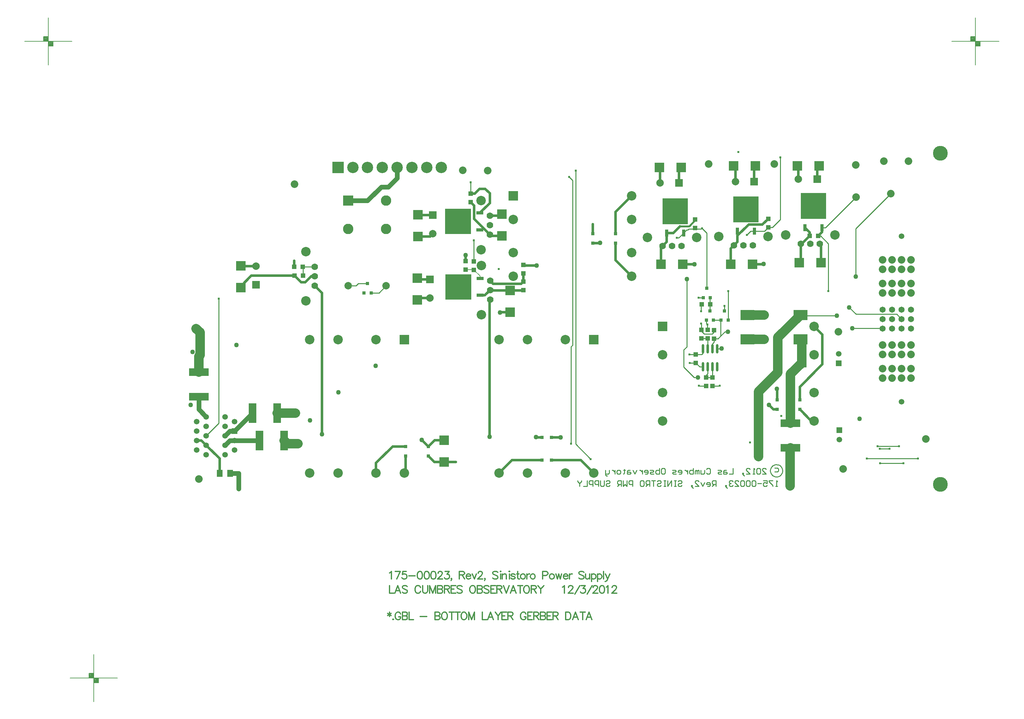
<source format=gbl>
%FSLAX23Y23*%
%MOIN*%
G70*
G01*
G75*
G04 Layer_Physical_Order=5*
G04 Layer_Color=16711680*
%ADD10R,0.209X0.079*%
%ADD11R,0.050X0.050*%
%ADD12R,0.036X0.036*%
%ADD13R,0.059X0.039*%
%ADD14O,0.014X0.067*%
%ADD15O,0.024X0.079*%
%ADD16C,0.050*%
%ADD17C,0.010*%
%ADD18C,0.100*%
%ADD19C,0.025*%
%ADD20C,0.007*%
%ADD21C,0.012*%
%ADD22C,0.008*%
%ADD23C,0.012*%
%ADD24C,0.012*%
%ADD25C,0.020*%
%ADD26C,0.080*%
%ADD27R,0.059X0.059*%
%ADD28C,0.059*%
%ADD29C,0.065*%
%ADD30R,0.079X0.079*%
%ADD31C,0.079*%
%ADD32R,0.100X0.100*%
%ADD33C,0.100*%
%ADD34C,0.070*%
%ADD35R,0.100X0.100*%
%ADD36R,0.059X0.059*%
%ADD37R,0.079X0.079*%
%ADD38C,0.110*%
%ADD39R,0.110X0.110*%
%ADD40C,0.120*%
%ADD41R,0.120X0.120*%
%ADD42C,0.157*%
%ADD43C,0.024*%
%ADD44C,0.050*%
%ADD45C,0.020*%
%ADD46C,0.040*%
%ADD47C,0.005*%
%ADD48C,0.030*%
G04:AMPARAMS|DCode=49|XSize=112mil|YSize=112mil|CornerRadius=0mil|HoleSize=0mil|Usage=FLASHONLY|Rotation=0.000|XOffset=0mil|YOffset=0mil|HoleType=Round|Shape=Relief|Width=10mil|Gap=10mil|Entries=4|*
%AMTHD49*
7,0,0,0.112,0.092,0.010,45*
%
%ADD49THD49*%
%ADD50C,0.072*%
%ADD51C,0.055*%
G04:AMPARAMS|DCode=52|XSize=95.433mil|YSize=95.433mil|CornerRadius=0mil|HoleSize=0mil|Usage=FLASHONLY|Rotation=0.000|XOffset=0mil|YOffset=0mil|HoleType=Round|Shape=Relief|Width=10mil|Gap=10mil|Entries=4|*
%AMTHD52*
7,0,0,0.095,0.075,0.010,45*
%
%ADD52THD52*%
%ADD53C,0.170*%
%ADD54C,0.060*%
%ADD55C,0.067*%
G04:AMPARAMS|DCode=56|XSize=107.244mil|YSize=107.244mil|CornerRadius=0mil|HoleSize=0mil|Usage=FLASHONLY|Rotation=0.000|XOffset=0mil|YOffset=0mil|HoleType=Round|Shape=Relief|Width=10mil|Gap=10mil|Entries=4|*
%AMTHD56*
7,0,0,0.107,0.087,0.010,45*
%
%ADD56THD56*%
G04:AMPARAMS|DCode=57|XSize=120mil|YSize=120mil|CornerRadius=0mil|HoleSize=0mil|Usage=FLASHONLY|Rotation=0.000|XOffset=0mil|YOffset=0mil|HoleType=Round|Shape=Relief|Width=10mil|Gap=10mil|Entries=4|*
%AMTHD57*
7,0,0,0.120,0.100,0.010,45*
%
%ADD57THD57*%
G04:AMPARAMS|DCode=58|XSize=100mil|YSize=100mil|CornerRadius=0mil|HoleSize=0mil|Usage=FLASHONLY|Rotation=0.000|XOffset=0mil|YOffset=0mil|HoleType=Round|Shape=Relief|Width=10mil|Gap=10mil|Entries=4|*
%AMTHD58*
7,0,0,0.100,0.080,0.010,45*
%
%ADD58THD58*%
%ADD59C,0.059*%
%ADD60C,0.091*%
%ADD61C,0.090*%
%ADD62C,0.186*%
G04:AMPARAMS|DCode=63|XSize=88mil|YSize=88mil|CornerRadius=0mil|HoleSize=0mil|Usage=FLASHONLY|Rotation=0.000|XOffset=0mil|YOffset=0mil|HoleType=Round|Shape=Relief|Width=10mil|Gap=10mil|Entries=4|*
%AMTHD63*
7,0,0,0.088,0.068,0.010,45*
%
%ADD63THD63*%
%ADD64C,0.048*%
G04:AMPARAMS|DCode=65|XSize=70mil|YSize=70mil|CornerRadius=0mil|HoleSize=0mil|Usage=FLASHONLY|Rotation=0.000|XOffset=0mil|YOffset=0mil|HoleType=Round|Shape=Relief|Width=10mil|Gap=10mil|Entries=4|*
%AMTHD65*
7,0,0,0.070,0.050,0.010,45*
%
%ADD65THD65*%
%ADD66R,0.063X0.075*%
%ADD67R,0.079X0.209*%
%ADD68R,0.102X0.094*%
%ADD69R,0.268X0.272*%
%ADD70R,0.037X0.075*%
%ADD71R,0.150X0.106*%
%ADD72R,0.050X0.050*%
%ADD73R,0.036X0.032*%
%ADD74R,0.035X0.037*%
%ADD75R,0.035X0.037*%
%ADD76R,0.032X0.036*%
%ADD77R,0.272X0.268*%
%ADD78R,0.075X0.037*%
%ADD79O,0.028X0.098*%
D10*
X24191Y16497D02*
D03*
Y16237D02*
D03*
X17943Y17038D02*
D03*
Y16778D02*
D03*
D11*
X23367Y16891D02*
D03*
Y16981D02*
D03*
X23300D02*
D03*
Y16891D02*
D03*
X23316Y17392D02*
D03*
Y17482D02*
D03*
X23191Y17225D02*
D03*
Y17135D02*
D03*
X23185Y18561D02*
D03*
Y18651D02*
D03*
X23956Y18568D02*
D03*
Y18658D02*
D03*
X20813Y18833D02*
D03*
Y18923D02*
D03*
X23383Y17481D02*
D03*
Y17391D02*
D03*
X23250Y17392D02*
D03*
Y17482D02*
D03*
X20759Y18119D02*
D03*
Y18209D02*
D03*
X21369Y17992D02*
D03*
Y17902D02*
D03*
X20847Y18208D02*
D03*
Y18118D02*
D03*
X21370Y18170D02*
D03*
Y18080D02*
D03*
D16*
X18363Y15807D02*
X18365Y15805D01*
X18363Y15807D02*
Y15968D01*
X18272D02*
X18363D01*
X17943Y16643D02*
Y16778D01*
Y16643D02*
X18021Y16564D01*
X18510Y16603D02*
Y16605D01*
X18321Y16414D02*
X18510Y16603D01*
X18271Y16414D02*
X18321D01*
X18221Y16364D02*
X18271Y16414D01*
X18321Y16314D02*
X18585D01*
X18271D02*
X18321D01*
X18221Y16264D02*
X18271Y16314D01*
X20037Y19088D02*
Y19201D01*
X19944Y18995D02*
X20037Y19088D01*
X19870Y18995D02*
X19944D01*
X19725Y18850D02*
X19870Y18995D01*
X19521Y18850D02*
X19725D01*
D17*
X24107Y15995D02*
X24106Y16005D01*
X24104Y16014D01*
X24100Y16024D01*
X24095Y16032D01*
X24089Y16040D01*
X24082Y16046D01*
X24073Y16052D01*
X24064Y16056D01*
X24055Y16058D01*
X24045Y16060D01*
X24035Y16059D01*
X24025Y16057D01*
X24016Y16054D01*
X24007Y16049D01*
X23999Y16043D01*
X23992Y16036D01*
X23987Y16028D01*
X23982Y16019D01*
X23979Y16010D01*
X23978Y16000D01*
Y15990D01*
X23979Y15980D01*
X23982Y15971D01*
X23987Y15962D01*
X23992Y15954D01*
X23999Y15947D01*
X24007Y15941D01*
X24016Y15936D01*
X24025Y15933D01*
X24035Y15931D01*
X24045Y15930D01*
X24055Y15931D01*
X24064Y15934D01*
X24073Y15938D01*
X24082Y15943D01*
X24089Y15950D01*
X24095Y15958D01*
X24100Y15966D01*
X24104Y15975D01*
X24106Y15985D01*
X24107Y15995D01*
X21891Y17323D02*
Y19063D01*
X21873Y17305D02*
X21891Y17323D01*
X21873Y16281D02*
Y17305D01*
X21853Y19101D02*
X21891Y19063D01*
X23248Y18549D02*
X23256Y18558D01*
X23116Y18549D02*
X23248D01*
X23106Y18540D02*
X23116Y18549D01*
X23383Y17461D02*
Y17481D01*
X23362Y17440D02*
X23383Y17461D01*
X23281Y17440D02*
X23362D01*
X23250Y17471D02*
X23281Y17440D01*
X23250Y17471D02*
Y17482D01*
X24590Y17892D02*
Y18395D01*
X24509Y18476D02*
X24590Y18395D01*
X24482Y18476D02*
X24509D01*
X23174Y16981D02*
X23215D01*
X23064Y17091D02*
X23174Y16981D01*
X23064Y17091D02*
Y17273D01*
X23096Y17305D01*
Y18021D01*
X24881Y18047D02*
Y18553D01*
X25250Y18922D01*
X22081Y16115D02*
Y16118D01*
X21923Y16276D02*
X22081Y16118D01*
X21923Y16276D02*
Y19167D01*
X19762Y17875D02*
X19846D01*
X19921Y17950D01*
X24523Y18562D02*
X24559D01*
X24883Y18886D01*
X24082Y18649D02*
Y19308D01*
X24001Y18568D02*
X24082Y18649D01*
X23956Y18568D02*
X24001D01*
X24297Y17641D02*
X24306Y17632D01*
X24680D01*
X20813Y18923D02*
X20815Y18925D01*
Y19042D01*
X23533Y17891D02*
X23533Y17892D01*
X23533Y17586D02*
Y17891D01*
X20847Y18208D02*
X20847Y18208D01*
Y18430D01*
X22991Y18456D02*
X23011D01*
X23063Y18508D01*
X23256Y18558D02*
X23306Y18508D01*
Y17923D02*
Y18508D01*
X23063Y18508D02*
X23095Y18540D01*
X23106D01*
X23729Y18486D02*
X23771Y18528D01*
X23811D01*
X23916D01*
X23956Y18568D01*
X23219Y17823D02*
X23220Y17824D01*
X23269D01*
X23247Y17549D02*
X23250Y17546D01*
Y17482D02*
Y17546D01*
X23312Y17486D02*
X23316Y17482D01*
X23312Y17486D02*
Y17539D01*
X23303Y17548D02*
X23312Y17539D01*
X23303Y17548D02*
Y17586D01*
X23247Y17679D02*
Y17749D01*
X23253Y17755D01*
X23494Y17736D02*
X23495Y17735D01*
Y17684D02*
Y17735D01*
X23443Y16891D02*
X23444Y16892D01*
X23367Y16891D02*
X23443D01*
X23191Y17225D02*
X23254D01*
X23266Y17237D01*
Y17285D01*
X23124Y17225D02*
X23191D01*
Y17135D02*
X23234Y17092D01*
X23266D01*
X23128Y17135D02*
X23191D01*
X23464Y17285D02*
X23465Y17287D01*
X23416Y17285D02*
X23464D01*
X23223Y16892D02*
X23224Y16891D01*
X23300D01*
X23426Y17391D02*
X23455Y17420D01*
X23499Y17464D01*
X23531D01*
X19042Y18056D02*
Y18149D01*
X19040Y18150D02*
X19042Y18149D01*
X19040Y18150D02*
X19166D01*
X19628Y17973D02*
X19724D01*
X19605Y17950D02*
X19628Y17973D01*
X19521Y17950D02*
X19605D01*
X18021Y16364D02*
X18154Y16497D01*
Y17813D01*
X23340Y17684D02*
Y17821D01*
X23316Y17285D02*
Y17392D01*
X23250D02*
X23316D01*
X23378Y17586D02*
X23458D01*
X23455Y17583D02*
X23458Y17586D01*
X23455Y17420D02*
Y17583D01*
X23383Y17391D02*
X23426D01*
X23383Y17353D02*
Y17391D01*
X23366Y17336D02*
X23383Y17353D01*
X23366Y17285D02*
Y17336D01*
X23316Y17021D02*
Y17092D01*
X23300Y17005D02*
X23316Y17021D01*
X23300Y16981D02*
Y17005D01*
Y16981D02*
X23367D01*
Y17091D01*
X24843Y17499D02*
X25162D01*
X25312Y17649D02*
X25362Y17598D01*
X24882Y17649D02*
X25312D01*
X24810Y17721D02*
X24882Y17649D01*
X25109Y16254D02*
X25338D01*
X25134Y16227D02*
X25135Y16228D01*
X25236D01*
X25139Y16074D02*
X25384D01*
X25138Y16075D02*
X25139Y16074D01*
X25000Y16122D02*
X25537D01*
X24998Y16124D02*
X25000Y16122D01*
X24052Y15831D02*
X24032D01*
X24042D01*
Y15891D01*
X24052Y15881D01*
X24002Y15891D02*
X23962D01*
Y15881D01*
X24002Y15841D01*
Y15831D01*
X23902Y15891D02*
X23942D01*
Y15861D01*
X23922Y15871D01*
X23912D01*
X23902Y15861D01*
Y15841D01*
X23912Y15831D01*
X23932D01*
X23942Y15841D01*
X23882Y15861D02*
X23842D01*
X23822Y15881D02*
X23812Y15891D01*
X23792D01*
X23782Y15881D01*
Y15841D01*
X23792Y15831D01*
X23812D01*
X23822Y15841D01*
Y15881D01*
X23762D02*
X23752Y15891D01*
X23732D01*
X23722Y15881D01*
Y15841D01*
X23732Y15831D01*
X23752D01*
X23762Y15841D01*
Y15881D01*
X23702D02*
X23692Y15891D01*
X23672D01*
X23662Y15881D01*
Y15841D01*
X23672Y15831D01*
X23692D01*
X23702Y15841D01*
Y15881D01*
X23602Y15831D02*
X23642D01*
X23602Y15871D01*
Y15881D01*
X23612Y15891D01*
X23632D01*
X23642Y15881D01*
X23582D02*
X23572Y15891D01*
X23552D01*
X23542Y15881D01*
Y15871D01*
X23552Y15861D01*
X23562D01*
X23552D01*
X23542Y15851D01*
Y15841D01*
X23552Y15831D01*
X23572D01*
X23582Y15841D01*
X23512Y15821D02*
X23502Y15831D01*
Y15841D01*
X23512D01*
Y15831D01*
X23502D01*
X23512Y15821D01*
X23522Y15811D01*
X23402Y15831D02*
Y15891D01*
X23372D01*
X23362Y15881D01*
Y15861D01*
X23372Y15851D01*
X23402D01*
X23382D02*
X23362Y15831D01*
X23312D02*
X23332D01*
X23342Y15841D01*
Y15861D01*
X23332Y15871D01*
X23312D01*
X23302Y15861D01*
Y15851D01*
X23342D01*
X23282Y15871D02*
X23262Y15831D01*
X23242Y15871D01*
X23182Y15831D02*
X23222D01*
X23182Y15871D01*
Y15881D01*
X23192Y15891D01*
X23212D01*
X23222Y15881D01*
X23152Y15821D02*
X23142Y15831D01*
Y15841D01*
X23152D01*
Y15831D01*
X23142D01*
X23152Y15821D01*
X23162Y15811D01*
X23002Y15881D02*
X23012Y15891D01*
X23032D01*
X23042Y15881D01*
Y15871D01*
X23032Y15861D01*
X23012D01*
X23002Y15851D01*
Y15841D01*
X23012Y15831D01*
X23032D01*
X23042Y15841D01*
X22983Y15891D02*
X22963D01*
X22973D01*
Y15831D01*
X22983D01*
X22963D01*
X22933D02*
Y15891D01*
X22893Y15831D01*
Y15891D01*
X22873D02*
X22853D01*
X22863D01*
Y15831D01*
X22873D01*
X22853D01*
X22783Y15881D02*
X22793Y15891D01*
X22813D01*
X22823Y15881D01*
Y15871D01*
X22813Y15861D01*
X22793D01*
X22783Y15851D01*
Y15841D01*
X22793Y15831D01*
X22813D01*
X22823Y15841D01*
X22763Y15891D02*
X22723D01*
X22743D01*
Y15831D01*
X22703D02*
Y15891D01*
X22673D01*
X22663Y15881D01*
Y15861D01*
X22673Y15851D01*
X22703D01*
X22683D02*
X22663Y15831D01*
X22613Y15891D02*
X22633D01*
X22643Y15881D01*
Y15841D01*
X22633Y15831D01*
X22613D01*
X22603Y15841D01*
Y15881D01*
X22613Y15891D01*
X22523Y15831D02*
Y15891D01*
X22493D01*
X22483Y15881D01*
Y15861D01*
X22493Y15851D01*
X22523D01*
X22463Y15891D02*
Y15831D01*
X22443Y15851D01*
X22423Y15831D01*
Y15891D01*
X22403Y15831D02*
Y15891D01*
X22373D01*
X22363Y15881D01*
Y15861D01*
X22373Y15851D01*
X22403D01*
X22383D02*
X22363Y15831D01*
X22243Y15881D02*
X22253Y15891D01*
X22273D01*
X22283Y15881D01*
Y15871D01*
X22273Y15861D01*
X22253D01*
X22243Y15851D01*
Y15841D01*
X22253Y15831D01*
X22273D01*
X22283Y15841D01*
X22223Y15891D02*
Y15841D01*
X22213Y15831D01*
X22193D01*
X22183Y15841D01*
Y15891D01*
X22163Y15831D02*
Y15891D01*
X22133D01*
X22123Y15881D01*
Y15861D01*
X22133Y15851D01*
X22163D01*
X22103Y15831D02*
Y15891D01*
X22073D01*
X22063Y15881D01*
Y15861D01*
X22073Y15851D01*
X22103D01*
X22043Y15891D02*
Y15831D01*
X22003D01*
X21983Y15891D02*
Y15881D01*
X21963Y15861D01*
X21943Y15881D01*
Y15891D01*
X21963Y15861D02*
Y15831D01*
X24023Y16022D02*
X24053D01*
X24063Y16012D01*
Y15992D01*
X24053Y15982D01*
X24023D01*
X23895Y15961D02*
X23935D01*
X23895Y16001D01*
Y16011D01*
X23905Y16021D01*
X23925D01*
X23935Y16011D01*
X23875D02*
X23865Y16021D01*
X23845D01*
X23835Y16011D01*
Y15971D01*
X23845Y15961D01*
X23865D01*
X23875Y15971D01*
Y16011D01*
X23815Y15961D02*
X23795D01*
X23805D01*
Y16021D01*
X23815Y16011D01*
X23725Y15961D02*
X23765D01*
X23725Y16001D01*
Y16011D01*
X23735Y16021D01*
X23755D01*
X23765Y16011D01*
X23695Y15951D02*
X23685Y15961D01*
Y15971D01*
X23695D01*
Y15961D01*
X23685D01*
X23695Y15951D01*
X23705Y15941D01*
X23585Y16021D02*
Y15961D01*
X23545D01*
X23515Y16001D02*
X23495D01*
X23485Y15991D01*
Y15961D01*
X23515D01*
X23525Y15971D01*
X23515Y15981D01*
X23485D01*
X23465Y15961D02*
X23435D01*
X23425Y15971D01*
X23435Y15981D01*
X23455D01*
X23465Y15991D01*
X23455Y16001D01*
X23425D01*
X23305Y16011D02*
X23315Y16021D01*
X23335D01*
X23345Y16011D01*
Y15971D01*
X23335Y15961D01*
X23315D01*
X23305Y15971D01*
X23285Y16001D02*
Y15971D01*
X23275Y15961D01*
X23245D01*
Y16001D01*
X23225Y15961D02*
Y16001D01*
X23215D01*
X23205Y15991D01*
Y15961D01*
Y15991D01*
X23195Y16001D01*
X23185Y15991D01*
Y15961D01*
X23165Y16021D02*
Y15961D01*
X23135D01*
X23125Y15971D01*
Y15981D01*
Y15991D01*
X23135Y16001D01*
X23165D01*
X23105D02*
Y15961D01*
Y15981D01*
X23095Y15991D01*
X23085Y16001D01*
X23075D01*
X23015Y15961D02*
X23035D01*
X23045Y15971D01*
Y15991D01*
X23035Y16001D01*
X23015D01*
X23005Y15991D01*
Y15981D01*
X23045D01*
X22985Y15961D02*
X22955D01*
X22945Y15971D01*
X22955Y15981D01*
X22975D01*
X22985Y15991D01*
X22975Y16001D01*
X22945D01*
X22836Y16021D02*
X22856D01*
X22866Y16011D01*
Y15971D01*
X22856Y15961D01*
X22836D01*
X22826Y15971D01*
Y16011D01*
X22836Y16021D01*
X22806D02*
Y15961D01*
X22776D01*
X22766Y15971D01*
Y15981D01*
Y15991D01*
X22776Y16001D01*
X22806D01*
X22746Y15961D02*
X22716D01*
X22706Y15971D01*
X22716Y15981D01*
X22736D01*
X22746Y15991D01*
X22736Y16001D01*
X22706D01*
X22656Y15961D02*
X22676D01*
X22686Y15971D01*
Y15991D01*
X22676Y16001D01*
X22656D01*
X22646Y15991D01*
Y15981D01*
X22686D01*
X22626Y16001D02*
Y15961D01*
Y15981D01*
X22616Y15991D01*
X22606Y16001D01*
X22596D01*
X22566D02*
X22546Y15961D01*
X22526Y16001D01*
X22496D02*
X22476D01*
X22466Y15991D01*
Y15961D01*
X22496D01*
X22506Y15971D01*
X22496Y15981D01*
X22466D01*
X22436Y16011D02*
Y16001D01*
X22446D01*
X22426D01*
X22436D01*
Y15971D01*
X22426Y15961D01*
X22386D02*
X22366D01*
X22356Y15971D01*
Y15991D01*
X22366Y16001D01*
X22386D01*
X22396Y15991D01*
Y15971D01*
X22386Y15961D01*
X22336Y16001D02*
Y15961D01*
Y15981D01*
X22326Y15991D01*
X22316Y16001D01*
X22306D01*
X22276D02*
Y15971D01*
X22266Y15961D01*
X22236D01*
Y15951D01*
X22246Y15941D01*
X22256D01*
X22236Y15961D02*
Y16001D01*
D18*
X18772Y16603D02*
X18965D01*
X18770Y16605D02*
X18772Y16603D01*
X18879Y16280D02*
X18990D01*
X18845Y16314D02*
X18879Y16280D01*
X17915Y17498D02*
X17957Y17456D01*
Y17217D02*
Y17456D01*
X17943Y17203D02*
X17957Y17217D01*
X17943Y17038D02*
Y17203D01*
X24297Y17385D02*
X24310Y17372D01*
Y17135D02*
Y17372D01*
X24191Y17016D02*
X24310Y17135D01*
X24191Y16497D02*
Y17016D01*
X24186Y16232D02*
X24191Y16237D01*
X24186Y15832D02*
Y16232D01*
X24058Y17135D02*
Y17402D01*
Y17035D02*
Y17135D01*
X23852Y16829D02*
X24058Y17035D01*
X23852Y16145D02*
Y16829D01*
X24058Y17402D02*
X24297Y17641D01*
X23737D02*
X23915D01*
X23737Y17385D02*
X23915D01*
D19*
X23185Y18640D02*
Y18651D01*
X22955Y18508D02*
X23024Y18577D01*
X22883Y18508D02*
X22955D01*
X23895Y18597D02*
X23956Y18658D01*
X23749Y18597D02*
X23895D01*
X23631Y18479D02*
X23749Y18597D01*
X23012Y19175D02*
X23037Y19201D01*
X23012Y19038D02*
Y19175D01*
X22807Y19201D02*
X22815Y19193D01*
Y19038D02*
Y19193D01*
X23175Y18176D02*
X23176Y18177D01*
X23054Y18176D02*
X23175D01*
X22839Y18369D02*
X22883Y18413D01*
X22824Y18354D02*
X22839Y18369D01*
X22883Y18413D02*
Y18508D01*
X22824Y18176D02*
Y18354D01*
X23902Y18176D02*
X23906Y18180D01*
X23791Y18176D02*
X23902D01*
X23595Y18378D02*
X23631Y18414D01*
X23561Y18344D02*
X23595Y18378D01*
X23631Y18414D02*
Y18479D01*
X23561Y18176D02*
Y18344D01*
X18386Y18160D02*
X18390Y18157D01*
X18546D01*
X18950Y18150D02*
Y18213D01*
X18386Y17930D02*
Y17945D01*
X18497Y18056D01*
X18952D01*
X19022Y17986D01*
X19066D01*
X19130Y18050D01*
X19166D01*
X21123Y17666D02*
X21128Y17671D01*
X21229D01*
X21376Y18164D02*
X21511D01*
X21370Y18170D02*
X21376Y18164D01*
X20813Y18923D02*
X20857D01*
X20908Y18974D01*
X20968D01*
X21016Y18926D01*
Y18825D02*
Y18926D01*
X20911Y18720D02*
X21016Y18825D01*
X21369Y17992D02*
X21370Y17993D01*
X21348Y17971D02*
X21369Y17992D01*
X21019Y18003D02*
X21051Y17971D01*
X21348D01*
X21370Y17993D02*
Y18080D01*
X21368Y17901D02*
X21369Y17902D01*
X21229Y17901D02*
X21368D01*
X21019Y17903D02*
X21021Y17901D01*
X21229D01*
X20759Y18209D02*
X20761Y18211D01*
Y18274D01*
X20964Y17849D02*
X21019Y17903D01*
X20912Y17849D02*
X20964D01*
X20850Y18656D02*
X21016Y18490D01*
X21028Y18478D01*
X20813Y18833D02*
X20850Y18796D01*
Y18656D02*
Y18796D01*
X21028Y18478D02*
X21142D01*
X24047Y16861D02*
X24049Y16859D01*
Y16742D02*
Y16859D01*
X23589Y19218D02*
X23611Y19196D01*
Y19051D02*
Y19196D01*
X23808Y19207D02*
X23819Y19218D01*
X23808Y19051D02*
Y19207D01*
X23962Y16690D02*
X24010Y16642D01*
X24049D01*
X24439Y17521D02*
X24527Y17433D01*
Y17119D02*
Y17433D01*
X24289Y16881D02*
X24527Y17119D01*
X24289Y16742D02*
Y16881D01*
X24410Y16521D02*
X24439D01*
X24289Y16642D02*
X24410Y16521D01*
X22176Y18401D02*
X22179Y18404D01*
X22104Y18401D02*
X22176D01*
X20256Y18471D02*
X20387D01*
X20415Y18499D01*
X22104Y18501D02*
Y18599D01*
X22344Y18729D02*
X22515Y18900D01*
X22344Y18501D02*
Y18729D01*
X22344Y18221D02*
X22515Y18050D01*
X22344Y18221D02*
Y18401D01*
X21015Y17799D02*
X21019Y17803D01*
X21015Y16353D02*
Y17799D01*
X21502Y16350D02*
X21505Y16347D01*
X21566D01*
X21124Y18690D02*
X21142Y18708D01*
X21016Y18690D02*
X21124D01*
X20256Y18701D02*
X20261Y18696D01*
X20415D01*
X20249Y18029D02*
X20262Y18016D01*
X20385D01*
X20249Y17799D02*
X20269Y17819D01*
X20385D01*
X21763Y16347D02*
X21763Y16347D01*
X21666Y16347D02*
X21763D01*
X20297Y16320D02*
X20366Y16251D01*
X20296Y16320D02*
X20297D01*
X19242Y16379D02*
Y17874D01*
X19166Y17950D02*
X19242Y17874D01*
X20532Y16088D02*
X20657D01*
X21977Y16107D02*
X22114Y15970D01*
X21666Y16107D02*
X21977D01*
X21251Y16107D02*
X21566D01*
X21114Y15970D02*
X21251Y16107D01*
X20433Y16318D02*
X20532D01*
X20366Y16251D02*
X20433Y16318D01*
X20429Y16088D02*
X20532D01*
X20366Y16151D02*
X20429Y16088D01*
X20115Y15970D02*
X20126Y15981D01*
Y16151D01*
X19990Y16251D02*
X20126D01*
X19815Y16076D02*
X19990Y16251D01*
X19815Y15970D02*
Y16076D01*
X18021Y16264D02*
X18162Y16124D01*
X17971Y16314D02*
X18021Y16264D01*
X18162Y15968D02*
Y16124D01*
X17921Y16314D02*
X17971D01*
X24472Y19077D02*
Y19195D01*
X24495Y19218D01*
X24523Y18516D02*
Y18562D01*
X24482Y18476D02*
X24523Y18516D01*
X24265Y19218D02*
X24275Y19208D01*
Y19077D02*
Y19208D01*
X24499Y18395D02*
X24514Y18380D01*
Y18193D02*
Y18380D01*
X24284Y18193D02*
X24299Y18208D01*
Y18395D01*
X24343Y18562D02*
X24392Y18513D01*
Y18476D02*
Y18513D01*
X24311Y18395D02*
X24392Y18476D01*
X24299Y18395D02*
X24311D01*
D21*
X19956Y14499D02*
Y14454D01*
X19937Y14488D02*
X19975Y14465D01*
Y14488D02*
X19937Y14465D01*
X19995Y14427D02*
X19991Y14423D01*
X19995Y14419D01*
X19999Y14423D01*
X19995Y14427D01*
X20074Y14480D02*
X20070Y14488D01*
X20062Y14496D01*
X20055Y14499D01*
X20039D01*
X20032Y14496D01*
X20024Y14488D01*
X20020Y14480D01*
X20017Y14469D01*
Y14450D01*
X20020Y14439D01*
X20024Y14431D01*
X20032Y14423D01*
X20039Y14419D01*
X20055D01*
X20062Y14423D01*
X20070Y14431D01*
X20074Y14439D01*
Y14450D01*
X20055D02*
X20074D01*
X20092Y14499D02*
Y14419D01*
Y14499D02*
X20126D01*
X20138Y14496D01*
X20142Y14492D01*
X20145Y14484D01*
Y14477D01*
X20142Y14469D01*
X20138Y14465D01*
X20126Y14461D01*
X20092D02*
X20126D01*
X20138Y14458D01*
X20142Y14454D01*
X20145Y14446D01*
Y14435D01*
X20142Y14427D01*
X20138Y14423D01*
X20126Y14419D01*
X20092D01*
X20163Y14499D02*
Y14419D01*
X20209D01*
X20281Y14454D02*
X20349D01*
X20436Y14499D02*
Y14419D01*
Y14499D02*
X20470D01*
X20481Y14496D01*
X20485Y14492D01*
X20489Y14484D01*
Y14477D01*
X20485Y14469D01*
X20481Y14465D01*
X20470Y14461D01*
X20436D02*
X20470D01*
X20481Y14458D01*
X20485Y14454D01*
X20489Y14446D01*
Y14435D01*
X20485Y14427D01*
X20481Y14423D01*
X20470Y14419D01*
X20436D01*
X20530Y14499D02*
X20522Y14496D01*
X20514Y14488D01*
X20511Y14480D01*
X20507Y14469D01*
Y14450D01*
X20511Y14439D01*
X20514Y14431D01*
X20522Y14423D01*
X20530Y14419D01*
X20545D01*
X20553Y14423D01*
X20560Y14431D01*
X20564Y14439D01*
X20568Y14450D01*
Y14469D01*
X20564Y14480D01*
X20560Y14488D01*
X20553Y14496D01*
X20545Y14499D01*
X20530D01*
X20613D02*
Y14419D01*
X20586Y14499D02*
X20640D01*
X20676D02*
Y14419D01*
X20649Y14499D02*
X20703D01*
X20735D02*
X20727Y14496D01*
X20720Y14488D01*
X20716Y14480D01*
X20712Y14469D01*
Y14450D01*
X20716Y14439D01*
X20720Y14431D01*
X20727Y14423D01*
X20735Y14419D01*
X20750D01*
X20758Y14423D01*
X20765Y14431D01*
X20769Y14439D01*
X20773Y14450D01*
Y14469D01*
X20769Y14480D01*
X20765Y14488D01*
X20758Y14496D01*
X20750Y14499D01*
X20735D01*
X20792D02*
Y14419D01*
Y14499D02*
X20822Y14419D01*
X20853Y14499D02*
X20822Y14419D01*
X20853Y14499D02*
Y14419D01*
X20938Y14499D02*
Y14419D01*
X20984D01*
X21054D02*
X21023Y14499D01*
X20993Y14419D01*
X21004Y14446D02*
X21042D01*
X21072Y14499D02*
X21103Y14461D01*
Y14419D01*
X21133Y14499D02*
X21103Y14461D01*
X21193Y14499D02*
X21144D01*
Y14419D01*
X21193D01*
X21144Y14461D02*
X21174D01*
X21206Y14499D02*
Y14419D01*
Y14499D02*
X21241D01*
X21252Y14496D01*
X21256Y14492D01*
X21260Y14484D01*
Y14477D01*
X21256Y14469D01*
X21252Y14465D01*
X21241Y14461D01*
X21206D01*
X21233D02*
X21260Y14419D01*
X21398Y14480D02*
X21394Y14488D01*
X21386Y14496D01*
X21379Y14499D01*
X21363D01*
X21356Y14496D01*
X21348Y14488D01*
X21344Y14480D01*
X21341Y14469D01*
Y14450D01*
X21344Y14439D01*
X21348Y14431D01*
X21356Y14423D01*
X21363Y14419D01*
X21379D01*
X21386Y14423D01*
X21394Y14431D01*
X21398Y14439D01*
Y14450D01*
X21379D02*
X21398D01*
X21465Y14499D02*
X21416D01*
Y14419D01*
X21465D01*
X21416Y14461D02*
X21446D01*
X21479Y14499D02*
Y14419D01*
Y14499D02*
X21513D01*
X21524Y14496D01*
X21528Y14492D01*
X21532Y14484D01*
Y14477D01*
X21528Y14469D01*
X21524Y14465D01*
X21513Y14461D01*
X21479D01*
X21505D02*
X21532Y14419D01*
X21550Y14499D02*
Y14419D01*
Y14499D02*
X21584D01*
X21596Y14496D01*
X21600Y14492D01*
X21603Y14484D01*
Y14477D01*
X21600Y14469D01*
X21596Y14465D01*
X21584Y14461D01*
X21550D02*
X21584D01*
X21596Y14458D01*
X21600Y14454D01*
X21603Y14446D01*
Y14435D01*
X21600Y14427D01*
X21596Y14423D01*
X21584Y14419D01*
X21550D01*
X21671Y14499D02*
X21621D01*
Y14419D01*
X21671D01*
X21621Y14461D02*
X21652D01*
X21684Y14499D02*
Y14419D01*
Y14499D02*
X21718D01*
X21730Y14496D01*
X21734Y14492D01*
X21737Y14484D01*
Y14477D01*
X21734Y14469D01*
X21730Y14465D01*
X21718Y14461D01*
X21684D01*
X21711D02*
X21737Y14419D01*
X21818Y14499D02*
Y14419D01*
Y14499D02*
X21845D01*
X21856Y14496D01*
X21864Y14488D01*
X21868Y14480D01*
X21871Y14469D01*
Y14450D01*
X21868Y14439D01*
X21864Y14431D01*
X21856Y14423D01*
X21845Y14419D01*
X21818D01*
X21950D02*
X21920Y14499D01*
X21889Y14419D01*
X21901Y14446D02*
X21939D01*
X21996Y14499D02*
Y14419D01*
X21969Y14499D02*
X22022D01*
X22093Y14419D02*
X22062Y14499D01*
X22032Y14419D01*
X22043Y14446D02*
X22081D01*
D22*
X20912Y18028D02*
Y18053D01*
X20847Y18118D02*
X20912Y18053D01*
X20846Y18119D02*
X20847Y18118D01*
X20759Y18119D02*
X20846D01*
X25895Y20535D02*
X26395D01*
X26145Y20285D02*
Y20785D01*
X26095Y20535D02*
Y20585D01*
X26145D01*
X26195Y20485D02*
Y20535D01*
X26145Y20485D02*
X26195D01*
X26150Y20530D02*
X26190D01*
Y20490D02*
Y20530D01*
X26150Y20490D02*
X26190D01*
X26150D02*
Y20530D01*
X26155Y20525D02*
X26185D01*
Y20495D02*
Y20525D01*
X26155Y20495D02*
X26185D01*
X26155D02*
Y20520D01*
X26160D02*
X26180D01*
Y20500D02*
Y20520D01*
X26160Y20500D02*
X26180D01*
X26160D02*
Y20515D01*
X26165D02*
X26175D01*
Y20505D02*
Y20515D01*
X26165Y20505D02*
X26175D01*
X26165D02*
Y20515D01*
Y20510D02*
X26175D01*
X26100Y20580D02*
X26140D01*
Y20540D02*
Y20580D01*
X26100Y20540D02*
X26140D01*
X26100D02*
Y20580D01*
X26105Y20575D02*
X26135D01*
Y20545D02*
Y20575D01*
X26105Y20545D02*
X26135D01*
X26105D02*
Y20570D01*
X26110D02*
X26130D01*
Y20550D02*
Y20570D01*
X26110Y20550D02*
X26130D01*
X26110D02*
Y20565D01*
X26115D02*
X26125D01*
Y20555D02*
Y20565D01*
X26115Y20555D02*
X26125D01*
X26115D02*
Y20565D01*
Y20560D02*
X26125D01*
X16105Y20535D02*
X16605D01*
X16355Y20285D02*
Y20785D01*
X16305Y20535D02*
Y20585D01*
X16355D01*
X16405Y20485D02*
Y20535D01*
X16355Y20485D02*
X16405D01*
X16360Y20530D02*
X16400D01*
Y20490D02*
Y20530D01*
X16360Y20490D02*
X16400D01*
X16360D02*
Y20530D01*
X16365Y20525D02*
X16395D01*
Y20495D02*
Y20525D01*
X16365Y20495D02*
X16395D01*
X16365D02*
Y20520D01*
X16370D02*
X16390D01*
Y20500D02*
Y20520D01*
X16370Y20500D02*
X16390D01*
X16370D02*
Y20515D01*
X16375D02*
X16385D01*
Y20505D02*
Y20515D01*
X16375Y20505D02*
X16385D01*
X16375D02*
Y20515D01*
Y20510D02*
X16385D01*
X16310Y20580D02*
X16350D01*
Y20540D02*
Y20580D01*
X16310Y20540D02*
X16350D01*
X16310D02*
Y20580D01*
X16315Y20575D02*
X16345D01*
Y20545D02*
Y20575D01*
X16315Y20545D02*
X16345D01*
X16315D02*
Y20570D01*
X16320D02*
X16340D01*
Y20550D02*
Y20570D01*
X16320Y20550D02*
X16340D01*
X16320D02*
Y20565D01*
X16325D02*
X16335D01*
Y20555D02*
Y20565D01*
X16325Y20555D02*
X16335D01*
X16325D02*
Y20565D01*
Y20560D02*
X16335D01*
X16582Y13805D02*
X17082D01*
X16832Y13555D02*
Y14055D01*
X16782Y13805D02*
Y13855D01*
X16832D01*
X16882Y13755D02*
Y13805D01*
X16832Y13755D02*
X16882D01*
X16837Y13800D02*
X16877D01*
Y13760D02*
Y13800D01*
X16837Y13760D02*
X16877D01*
X16837D02*
Y13800D01*
X16842Y13795D02*
X16872D01*
Y13765D02*
Y13795D01*
X16842Y13765D02*
X16872D01*
X16842D02*
Y13790D01*
X16847D02*
X16867D01*
Y13770D02*
Y13790D01*
X16847Y13770D02*
X16867D01*
X16847D02*
Y13785D01*
X16852D02*
X16862D01*
Y13775D02*
Y13785D01*
X16852Y13775D02*
X16862D01*
X16852D02*
Y13785D01*
Y13780D02*
X16862D01*
X16787Y13850D02*
X16827D01*
Y13810D02*
Y13850D01*
X16787Y13810D02*
X16827D01*
X16787D02*
Y13850D01*
X16792Y13845D02*
X16822D01*
Y13815D02*
Y13845D01*
X16792Y13815D02*
X16822D01*
X16792D02*
Y13840D01*
X16797D02*
X16817D01*
Y13820D02*
Y13840D01*
X16797Y13820D02*
X16817D01*
X16797D02*
Y13835D01*
X16802D02*
X16812D01*
Y13825D02*
Y13835D01*
X16802Y13825D02*
X16812D01*
X16802D02*
Y13835D01*
Y13830D02*
X16812D01*
D23*
X19958Y14780D02*
Y14700D01*
X20004D01*
X20073D02*
X20043Y14780D01*
X20013Y14700D01*
X20024Y14727D02*
X20062D01*
X20145Y14769D02*
X20138Y14776D01*
X20126Y14780D01*
X20111D01*
X20100Y14776D01*
X20092Y14769D01*
Y14761D01*
X20096Y14753D01*
X20100Y14750D01*
X20107Y14746D01*
X20130Y14738D01*
X20138Y14734D01*
X20142Y14731D01*
X20145Y14723D01*
Y14711D01*
X20138Y14704D01*
X20126Y14700D01*
X20111D01*
X20100Y14704D01*
X20092Y14711D01*
X20283Y14761D02*
X20280Y14769D01*
X20272Y14776D01*
X20264Y14780D01*
X20249D01*
X20241Y14776D01*
X20234Y14769D01*
X20230Y14761D01*
X20226Y14750D01*
Y14731D01*
X20230Y14719D01*
X20234Y14711D01*
X20241Y14704D01*
X20249Y14700D01*
X20264D01*
X20272Y14704D01*
X20280Y14711D01*
X20283Y14719D01*
X20306Y14780D02*
Y14723D01*
X20310Y14711D01*
X20317Y14704D01*
X20329Y14700D01*
X20336D01*
X20348Y14704D01*
X20355Y14711D01*
X20359Y14723D01*
Y14780D01*
X20381D02*
Y14700D01*
Y14780D02*
X20412Y14700D01*
X20442Y14780D02*
X20412Y14700D01*
X20442Y14780D02*
Y14700D01*
X20465Y14780D02*
Y14700D01*
Y14780D02*
X20499D01*
X20511Y14776D01*
X20515Y14772D01*
X20518Y14765D01*
Y14757D01*
X20515Y14750D01*
X20511Y14746D01*
X20499Y14742D01*
X20465D02*
X20499D01*
X20511Y14738D01*
X20515Y14734D01*
X20518Y14727D01*
Y14715D01*
X20515Y14708D01*
X20511Y14704D01*
X20499Y14700D01*
X20465D01*
X20536Y14780D02*
Y14700D01*
Y14780D02*
X20570D01*
X20582Y14776D01*
X20586Y14772D01*
X20590Y14765D01*
Y14757D01*
X20586Y14750D01*
X20582Y14746D01*
X20570Y14742D01*
X20536D01*
X20563D02*
X20590Y14700D01*
X20657Y14780D02*
X20607D01*
Y14700D01*
X20657D01*
X20607Y14742D02*
X20638D01*
X20724Y14769D02*
X20716Y14776D01*
X20705Y14780D01*
X20689D01*
X20678Y14776D01*
X20670Y14769D01*
Y14761D01*
X20674Y14753D01*
X20678Y14750D01*
X20686Y14746D01*
X20708Y14738D01*
X20716Y14734D01*
X20720Y14731D01*
X20724Y14723D01*
Y14711D01*
X20716Y14704D01*
X20705Y14700D01*
X20689D01*
X20678Y14704D01*
X20670Y14711D01*
X20827Y14780D02*
X20820Y14776D01*
X20812Y14769D01*
X20808Y14761D01*
X20804Y14750D01*
Y14731D01*
X20808Y14719D01*
X20812Y14711D01*
X20820Y14704D01*
X20827Y14700D01*
X20842D01*
X20850Y14704D01*
X20858Y14711D01*
X20861Y14719D01*
X20865Y14731D01*
Y14750D01*
X20861Y14761D01*
X20858Y14769D01*
X20850Y14776D01*
X20842Y14780D01*
X20827D01*
X20884D02*
Y14700D01*
Y14780D02*
X20918D01*
X20930Y14776D01*
X20933Y14772D01*
X20937Y14765D01*
Y14757D01*
X20933Y14750D01*
X20930Y14746D01*
X20918Y14742D01*
X20884D02*
X20918D01*
X20930Y14738D01*
X20933Y14734D01*
X20937Y14727D01*
Y14715D01*
X20933Y14708D01*
X20930Y14704D01*
X20918Y14700D01*
X20884D01*
X21008Y14769D02*
X21001Y14776D01*
X20989Y14780D01*
X20974D01*
X20963Y14776D01*
X20955Y14769D01*
Y14761D01*
X20959Y14753D01*
X20963Y14750D01*
X20970Y14746D01*
X20993Y14738D01*
X21001Y14734D01*
X21005Y14731D01*
X21008Y14723D01*
Y14711D01*
X21001Y14704D01*
X20989Y14700D01*
X20974D01*
X20963Y14704D01*
X20955Y14711D01*
X21076Y14780D02*
X21026D01*
Y14700D01*
X21076D01*
X21026Y14742D02*
X21057D01*
X21089Y14780D02*
Y14700D01*
Y14780D02*
X21124D01*
X21135Y14776D01*
X21139Y14772D01*
X21143Y14765D01*
Y14757D01*
X21139Y14750D01*
X21135Y14746D01*
X21124Y14742D01*
X21089D01*
X21116D02*
X21143Y14700D01*
X21160Y14780D02*
X21191Y14700D01*
X21221Y14780D02*
X21191Y14700D01*
X21293D02*
X21262Y14780D01*
X21232Y14700D01*
X21243Y14727D02*
X21281D01*
X21338Y14780D02*
Y14700D01*
X21311Y14780D02*
X21365D01*
X21397D02*
X21389Y14776D01*
X21382Y14769D01*
X21378Y14761D01*
X21374Y14750D01*
Y14731D01*
X21378Y14719D01*
X21382Y14711D01*
X21389Y14704D01*
X21397Y14700D01*
X21412D01*
X21420Y14704D01*
X21427Y14711D01*
X21431Y14719D01*
X21435Y14731D01*
Y14750D01*
X21431Y14761D01*
X21427Y14769D01*
X21420Y14776D01*
X21412Y14780D01*
X21397D01*
X21454D02*
Y14700D01*
Y14780D02*
X21488D01*
X21499Y14776D01*
X21503Y14772D01*
X21507Y14765D01*
Y14757D01*
X21503Y14750D01*
X21499Y14746D01*
X21488Y14742D01*
X21454D01*
X21480D02*
X21507Y14700D01*
X21525Y14780D02*
X21555Y14742D01*
Y14700D01*
X21586Y14780D02*
X21555Y14742D01*
X21785Y14765D02*
X21792Y14769D01*
X21804Y14780D01*
Y14700D01*
X21847Y14761D02*
Y14765D01*
X21851Y14772D01*
X21855Y14776D01*
X21862Y14780D01*
X21878D01*
X21885Y14776D01*
X21889Y14772D01*
X21893Y14765D01*
Y14757D01*
X21889Y14750D01*
X21881Y14738D01*
X21843Y14700D01*
X21897D01*
X21915Y14689D02*
X21968Y14780D01*
X21981D02*
X22023D01*
X22000Y14750D01*
X22011D01*
X22019Y14746D01*
X22023Y14742D01*
X22027Y14731D01*
Y14723D01*
X22023Y14711D01*
X22015Y14704D01*
X22004Y14700D01*
X21992D01*
X21981Y14704D01*
X21977Y14708D01*
X21973Y14715D01*
X22044Y14689D02*
X22098Y14780D01*
X22107Y14761D02*
Y14765D01*
X22111Y14772D01*
X22115Y14776D01*
X22122Y14780D01*
X22137D01*
X22145Y14776D01*
X22149Y14772D01*
X22153Y14765D01*
Y14757D01*
X22149Y14750D01*
X22141Y14738D01*
X22103Y14700D01*
X22156D01*
X22197Y14780D02*
X22186Y14776D01*
X22178Y14765D01*
X22174Y14746D01*
Y14734D01*
X22178Y14715D01*
X22186Y14704D01*
X22197Y14700D01*
X22205D01*
X22216Y14704D01*
X22224Y14715D01*
X22228Y14734D01*
Y14746D01*
X22224Y14765D01*
X22216Y14776D01*
X22205Y14780D01*
X22197D01*
X22246Y14765D02*
X22253Y14769D01*
X22265Y14780D01*
Y14700D01*
X22308Y14761D02*
Y14765D01*
X22312Y14772D01*
X22316Y14776D01*
X22323Y14780D01*
X22338D01*
X22346Y14776D01*
X22350Y14772D01*
X22354Y14765D01*
Y14757D01*
X22350Y14750D01*
X22342Y14738D01*
X22304Y14700D01*
X22358D01*
D24*
X19958Y14915D02*
X19966Y14919D01*
X19977Y14930D01*
Y14850D01*
X20070Y14930D02*
X20032Y14850D01*
X20017Y14930D02*
X20070D01*
X20134D02*
X20096D01*
X20092Y14896D01*
X20096Y14900D01*
X20107Y14903D01*
X20118D01*
X20130Y14900D01*
X20137Y14892D01*
X20141Y14881D01*
Y14873D01*
X20137Y14861D01*
X20130Y14854D01*
X20118Y14850D01*
X20107D01*
X20096Y14854D01*
X20092Y14858D01*
X20088Y14865D01*
X20159Y14884D02*
X20228D01*
X20274Y14930D02*
X20263Y14926D01*
X20255Y14915D01*
X20251Y14896D01*
Y14884D01*
X20255Y14865D01*
X20263Y14854D01*
X20274Y14850D01*
X20282D01*
X20293Y14854D01*
X20301Y14865D01*
X20305Y14884D01*
Y14896D01*
X20301Y14915D01*
X20293Y14926D01*
X20282Y14930D01*
X20274D01*
X20345D02*
X20334Y14926D01*
X20326Y14915D01*
X20323Y14896D01*
Y14884D01*
X20326Y14865D01*
X20334Y14854D01*
X20345Y14850D01*
X20353D01*
X20364Y14854D01*
X20372Y14865D01*
X20376Y14884D01*
Y14896D01*
X20372Y14915D01*
X20364Y14926D01*
X20353Y14930D01*
X20345D01*
X20417D02*
X20405Y14926D01*
X20398Y14915D01*
X20394Y14896D01*
Y14884D01*
X20398Y14865D01*
X20405Y14854D01*
X20417Y14850D01*
X20424D01*
X20436Y14854D01*
X20443Y14865D01*
X20447Y14884D01*
Y14896D01*
X20443Y14915D01*
X20436Y14926D01*
X20424Y14930D01*
X20417D01*
X20469Y14911D02*
Y14915D01*
X20473Y14922D01*
X20476Y14926D01*
X20484Y14930D01*
X20499D01*
X20507Y14926D01*
X20511Y14922D01*
X20515Y14915D01*
Y14907D01*
X20511Y14900D01*
X20503Y14888D01*
X20465Y14850D01*
X20518D01*
X20544Y14930D02*
X20586D01*
X20563Y14900D01*
X20574D01*
X20582Y14896D01*
X20586Y14892D01*
X20590Y14881D01*
Y14873D01*
X20586Y14861D01*
X20578Y14854D01*
X20567Y14850D01*
X20555D01*
X20544Y14854D01*
X20540Y14858D01*
X20536Y14865D01*
X20615Y14854D02*
X20611Y14850D01*
X20607Y14854D01*
X20611Y14858D01*
X20615Y14854D01*
Y14846D01*
X20611Y14839D01*
X20607Y14835D01*
X20695Y14930D02*
Y14850D01*
Y14930D02*
X20730D01*
X20741Y14926D01*
X20745Y14922D01*
X20749Y14915D01*
Y14907D01*
X20745Y14900D01*
X20741Y14896D01*
X20730Y14892D01*
X20695D01*
X20722D02*
X20749Y14850D01*
X20767Y14881D02*
X20812D01*
Y14888D01*
X20809Y14896D01*
X20805Y14900D01*
X20797Y14903D01*
X20786D01*
X20778Y14900D01*
X20770Y14892D01*
X20767Y14881D01*
Y14873D01*
X20770Y14861D01*
X20778Y14854D01*
X20786Y14850D01*
X20797D01*
X20805Y14854D01*
X20812Y14861D01*
X20829Y14903D02*
X20852Y14850D01*
X20875Y14903D02*
X20852Y14850D01*
X20892Y14911D02*
Y14915D01*
X20896Y14922D01*
X20900Y14926D01*
X20907Y14930D01*
X20922D01*
X20930Y14926D01*
X20934Y14922D01*
X20938Y14915D01*
Y14907D01*
X20934Y14900D01*
X20926Y14888D01*
X20888Y14850D01*
X20941D01*
X20967Y14854D02*
X20963Y14850D01*
X20959Y14854D01*
X20963Y14858D01*
X20967Y14854D01*
Y14846D01*
X20963Y14839D01*
X20959Y14835D01*
X21101Y14919D02*
X21093Y14926D01*
X21082Y14930D01*
X21066D01*
X21055Y14926D01*
X21047Y14919D01*
Y14911D01*
X21051Y14903D01*
X21055Y14900D01*
X21063Y14896D01*
X21085Y14888D01*
X21093Y14884D01*
X21097Y14881D01*
X21101Y14873D01*
Y14861D01*
X21093Y14854D01*
X21082Y14850D01*
X21066D01*
X21055Y14854D01*
X21047Y14861D01*
X21126Y14930D02*
X21130Y14926D01*
X21134Y14930D01*
X21130Y14934D01*
X21126Y14930D01*
X21130Y14903D02*
Y14850D01*
X21148Y14903D02*
Y14850D01*
Y14888D02*
X21159Y14900D01*
X21167Y14903D01*
X21178D01*
X21186Y14900D01*
X21190Y14888D01*
Y14850D01*
X21218Y14930D02*
X21222Y14926D01*
X21226Y14930D01*
X21222Y14934D01*
X21218Y14930D01*
X21222Y14903D02*
Y14850D01*
X21282Y14892D02*
X21278Y14900D01*
X21267Y14903D01*
X21255D01*
X21244Y14900D01*
X21240Y14892D01*
X21244Y14884D01*
X21251Y14881D01*
X21271Y14877D01*
X21278Y14873D01*
X21282Y14865D01*
Y14861D01*
X21278Y14854D01*
X21267Y14850D01*
X21255D01*
X21244Y14854D01*
X21240Y14861D01*
X21310Y14930D02*
Y14865D01*
X21314Y14854D01*
X21322Y14850D01*
X21329D01*
X21299Y14903D02*
X21325D01*
X21360D02*
X21352Y14900D01*
X21344Y14892D01*
X21341Y14881D01*
Y14873D01*
X21344Y14861D01*
X21352Y14854D01*
X21360Y14850D01*
X21371D01*
X21379Y14854D01*
X21386Y14861D01*
X21390Y14873D01*
Y14881D01*
X21386Y14892D01*
X21379Y14900D01*
X21371Y14903D01*
X21360D01*
X21408D02*
Y14850D01*
Y14881D02*
X21411Y14892D01*
X21419Y14900D01*
X21427Y14903D01*
X21438D01*
X21464D02*
X21457Y14900D01*
X21449Y14892D01*
X21445Y14881D01*
Y14873D01*
X21449Y14861D01*
X21457Y14854D01*
X21464Y14850D01*
X21476D01*
X21483Y14854D01*
X21491Y14861D01*
X21495Y14873D01*
Y14881D01*
X21491Y14892D01*
X21483Y14900D01*
X21476Y14903D01*
X21464D01*
X21575Y14888D02*
X21610D01*
X21621Y14892D01*
X21625Y14896D01*
X21629Y14903D01*
Y14915D01*
X21625Y14922D01*
X21621Y14926D01*
X21610Y14930D01*
X21575D01*
Y14850D01*
X21665Y14903D02*
X21658Y14900D01*
X21650Y14892D01*
X21646Y14881D01*
Y14873D01*
X21650Y14861D01*
X21658Y14854D01*
X21665Y14850D01*
X21677D01*
X21685Y14854D01*
X21692Y14861D01*
X21696Y14873D01*
Y14881D01*
X21692Y14892D01*
X21685Y14900D01*
X21677Y14903D01*
X21665D01*
X21713D02*
X21729Y14850D01*
X21744Y14903D02*
X21729Y14850D01*
X21744Y14903D02*
X21759Y14850D01*
X21774Y14903D02*
X21759Y14850D01*
X21793Y14881D02*
X21839D01*
Y14888D01*
X21835Y14896D01*
X21831Y14900D01*
X21824Y14903D01*
X21812D01*
X21805Y14900D01*
X21797Y14892D01*
X21793Y14881D01*
Y14873D01*
X21797Y14861D01*
X21805Y14854D01*
X21812Y14850D01*
X21824D01*
X21831Y14854D01*
X21839Y14861D01*
X21856Y14903D02*
Y14850D01*
Y14881D02*
X21860Y14892D01*
X21867Y14900D01*
X21875Y14903D01*
X21886D01*
X22010Y14919D02*
X22002Y14926D01*
X21991Y14930D01*
X21976D01*
X21964Y14926D01*
X21956Y14919D01*
Y14911D01*
X21960Y14903D01*
X21964Y14900D01*
X21972Y14896D01*
X21995Y14888D01*
X22002Y14884D01*
X22006Y14881D01*
X22010Y14873D01*
Y14861D01*
X22002Y14854D01*
X21991Y14850D01*
X21976D01*
X21964Y14854D01*
X21956Y14861D01*
X22028Y14903D02*
Y14865D01*
X22032Y14854D01*
X22039Y14850D01*
X22051D01*
X22058Y14854D01*
X22070Y14865D01*
Y14903D02*
Y14850D01*
X22091Y14903D02*
Y14823D01*
Y14892D02*
X22098Y14900D01*
X22106Y14903D01*
X22117D01*
X22125Y14900D01*
X22132Y14892D01*
X22136Y14881D01*
Y14873D01*
X22132Y14861D01*
X22125Y14854D01*
X22117Y14850D01*
X22106D01*
X22098Y14854D01*
X22091Y14861D01*
X22153Y14903D02*
Y14823D01*
Y14892D02*
X22161Y14900D01*
X22169Y14903D01*
X22180D01*
X22188Y14900D01*
X22195Y14892D01*
X22199Y14881D01*
Y14873D01*
X22195Y14861D01*
X22188Y14854D01*
X22180Y14850D01*
X22169D01*
X22161Y14854D01*
X22153Y14861D01*
X22216Y14930D02*
Y14850D01*
X22237Y14903D02*
X22260Y14850D01*
X22283Y14903D02*
X22260Y14850D01*
X22252Y14835D01*
X22244Y14827D01*
X22237Y14823D01*
X22233D01*
D25*
X24512Y18871D02*
D03*
X24453D02*
D03*
X24393D02*
D03*
X24334D02*
D03*
X24354Y18812D02*
D03*
X24413D02*
D03*
X24472D02*
D03*
X24531D02*
D03*
X24512Y18753D02*
D03*
X24453D02*
D03*
X24393D02*
D03*
X24334D02*
D03*
X24354Y18694D02*
D03*
X24413D02*
D03*
X24472D02*
D03*
X24531D02*
D03*
X23052Y18817D02*
D03*
X22993Y18817D02*
D03*
X22934D02*
D03*
X22874D02*
D03*
X22894Y18758D02*
D03*
X22953Y18758D02*
D03*
X23012Y18758D02*
D03*
X23071Y18758D02*
D03*
X23052Y18699D02*
D03*
X22993D02*
D03*
X22934D02*
D03*
X22874D02*
D03*
X22894Y18640D02*
D03*
X22953Y18640D02*
D03*
X23012Y18640D02*
D03*
X23071Y18640D02*
D03*
X23800Y18837D02*
D03*
X23740Y18837D02*
D03*
X23681D02*
D03*
X23622D02*
D03*
X23642Y18778D02*
D03*
X23701Y18778D02*
D03*
X23760Y18778D02*
D03*
X23819Y18778D02*
D03*
X23800Y18719D02*
D03*
X23740D02*
D03*
X23681D02*
D03*
X23622D02*
D03*
X23642Y18660D02*
D03*
X23701Y18660D02*
D03*
X23760Y18660D02*
D03*
X23819Y18660D02*
D03*
X20602Y18709D02*
D03*
X20602Y18650D02*
D03*
Y18591D02*
D03*
Y18532D02*
D03*
X20661Y18552D02*
D03*
X20661Y18611D02*
D03*
X20661Y18670D02*
D03*
X20661Y18729D02*
D03*
X20720Y18709D02*
D03*
Y18650D02*
D03*
Y18591D02*
D03*
Y18532D02*
D03*
X20779Y18552D02*
D03*
X20779Y18611D02*
D03*
X20779Y18670D02*
D03*
X20779Y18729D02*
D03*
X20603Y18017D02*
D03*
X20603Y17958D02*
D03*
Y17899D02*
D03*
Y17840D02*
D03*
X20662Y17860D02*
D03*
X20662Y17919D02*
D03*
X20662Y17978D02*
D03*
X20662Y18037D02*
D03*
X20721Y18017D02*
D03*
Y17958D02*
D03*
Y17899D02*
D03*
Y17840D02*
D03*
X20780Y17860D02*
D03*
X20780Y17919D02*
D03*
X20780Y17978D02*
D03*
X20780Y18037D02*
D03*
D26*
X25437Y19268D02*
D03*
X25176Y19266D02*
D03*
X25462Y18223D02*
D03*
X25362D02*
D03*
X25262D02*
D03*
X25162D02*
D03*
Y18123D02*
D03*
X25262D02*
D03*
X25362D02*
D03*
X25462D02*
D03*
X25162Y17973D02*
D03*
X25262D02*
D03*
X25362D02*
D03*
X25462D02*
D03*
X25162Y17873D02*
D03*
X25262D02*
D03*
X25362D02*
D03*
X25462D02*
D03*
Y16973D02*
D03*
X25362D02*
D03*
X25262D02*
D03*
X25162D02*
D03*
X25462Y17073D02*
D03*
X25362D02*
D03*
X25262D02*
D03*
X25162D02*
D03*
X25462Y17223D02*
D03*
X25362D02*
D03*
X25262D02*
D03*
X25162D02*
D03*
Y17323D02*
D03*
X25262D02*
D03*
X25362D02*
D03*
X25462D02*
D03*
X25619Y16331D02*
D03*
X24696Y17463D02*
D03*
X24883Y18886D02*
D03*
X24747Y16012D02*
D03*
X23326Y19236D02*
D03*
X24019Y19237D02*
D03*
X24879Y19227D02*
D03*
X20730Y19171D02*
D03*
X20993Y19167D02*
D03*
X25250Y18922D02*
D03*
X17945Y15906D02*
D03*
X18953Y19023D02*
D03*
D27*
X24701Y17130D02*
D03*
X24707Y16424D02*
D03*
D28*
X24701Y17230D02*
D03*
X25362Y16723D02*
D03*
Y18473D02*
D03*
X24707Y16324D02*
D03*
X18321Y16514D02*
D03*
X18221Y16564D02*
D03*
X18021D02*
D03*
X17921Y16514D02*
D03*
Y16414D02*
D03*
Y16314D02*
D03*
Y16214D02*
D03*
X18021Y16164D02*
D03*
X18221D02*
D03*
X18321Y16214D02*
D03*
Y16314D02*
D03*
X18221Y16364D02*
D03*
Y16464D02*
D03*
X18021D02*
D03*
Y16364D02*
D03*
Y16264D02*
D03*
X18221D02*
D03*
D29*
X25462Y17498D02*
D03*
X25362D02*
D03*
X25262D02*
D03*
X25162D02*
D03*
X25462Y17598D02*
D03*
X25362D02*
D03*
X25262D02*
D03*
X25162D02*
D03*
X25462Y17698D02*
D03*
X25362D02*
D03*
X25262D02*
D03*
X25162D02*
D03*
D30*
X23012Y19038D02*
D03*
X23808Y19051D02*
D03*
X24472Y19077D02*
D03*
D31*
X22815Y19038D02*
D03*
X23611Y19051D02*
D03*
X24275Y19077D02*
D03*
X20415Y18499D02*
D03*
X20385Y17819D02*
D03*
X18546Y18157D02*
D03*
X19921Y17950D02*
D03*
X19521D02*
D03*
D32*
X22807Y19201D02*
D03*
X23037D02*
D03*
X23054Y18176D02*
D03*
X22824D02*
D03*
X23589Y19218D02*
D03*
X23819D02*
D03*
X23791Y18176D02*
D03*
X23561D02*
D03*
X24265Y19218D02*
D03*
X24495D02*
D03*
X24284Y18193D02*
D03*
X24514D02*
D03*
X22839Y17521D02*
D03*
X21265Y18900D02*
D03*
D33*
X22839Y17221D02*
D03*
Y16821D02*
D03*
Y16521D02*
D03*
X24439D02*
D03*
Y16821D02*
D03*
Y17221D02*
D03*
Y17521D02*
D03*
X22679Y18460D02*
D03*
X23199D02*
D03*
X23435Y18469D02*
D03*
X23955D02*
D03*
X24139Y18486D02*
D03*
X24659D02*
D03*
X22515Y18900D02*
D03*
Y18650D02*
D03*
Y18300D02*
D03*
Y18050D02*
D03*
X21265D02*
D03*
Y18300D02*
D03*
Y18650D02*
D03*
X21814Y17380D02*
D03*
X21414D02*
D03*
X21114D02*
D03*
Y15970D02*
D03*
X21414D02*
D03*
X21814D02*
D03*
X22114D02*
D03*
X19815Y17380D02*
D03*
X19415D02*
D03*
X19115D02*
D03*
Y15970D02*
D03*
X19415D02*
D03*
X19815D02*
D03*
X20115D02*
D03*
X20925Y18330D02*
D03*
Y18850D02*
D03*
X20927Y17643D02*
D03*
Y18163D02*
D03*
X19075Y17790D02*
D03*
Y18310D02*
D03*
D34*
X23039Y18369D02*
D03*
X22939D02*
D03*
X22839D02*
D03*
X23795Y18378D02*
D03*
X23695D02*
D03*
X23595D02*
D03*
X24499Y18395D02*
D03*
X24399D02*
D03*
X24299D02*
D03*
X21016Y18690D02*
D03*
Y18590D02*
D03*
Y18490D02*
D03*
X21019Y18003D02*
D03*
Y17903D02*
D03*
Y17803D02*
D03*
X19166Y18150D02*
D03*
Y18050D02*
D03*
Y17950D02*
D03*
D35*
X20256Y18471D02*
D03*
Y18701D02*
D03*
X21142Y18478D02*
D03*
Y18708D02*
D03*
X20249Y17799D02*
D03*
Y18029D02*
D03*
X21229Y17671D02*
D03*
Y17901D02*
D03*
X20532Y16088D02*
D03*
Y16318D02*
D03*
X18386Y18160D02*
D03*
Y17930D02*
D03*
X22114Y17380D02*
D03*
X20115D02*
D03*
D36*
X18321Y16414D02*
D03*
D37*
X20415Y18696D02*
D03*
X20385Y18016D02*
D03*
X18546Y17960D02*
D03*
D38*
X19921Y18550D02*
D03*
X19521D02*
D03*
X19921Y18850D02*
D03*
D39*
X19521D02*
D03*
D40*
X20505Y19201D02*
D03*
X20349D02*
D03*
X19569D02*
D03*
X19725D02*
D03*
X19881D02*
D03*
X20037D02*
D03*
X20193D02*
D03*
D41*
X19413D02*
D03*
D42*
X25775Y19349D02*
D03*
X25772Y15849D02*
D03*
D43*
X22104Y18599D02*
D03*
X24095Y16574D02*
D03*
X23764Y16292D02*
D03*
X21873Y16281D02*
D03*
X21853Y19101D02*
D03*
X22081Y16118D02*
D03*
X21923Y19167D02*
D03*
X20815Y19042D02*
D03*
X24082Y19308D02*
D03*
X21110Y18126D02*
D03*
X24590Y17892D02*
D03*
X23533D02*
D03*
X20847Y18430D02*
D03*
X22991Y18456D02*
D03*
X23256Y18558D02*
D03*
X23729Y18486D02*
D03*
X23219Y17823D02*
D03*
X23247Y17549D02*
D03*
X23312Y17539D02*
D03*
X23247Y17679D02*
D03*
X23494Y17736D02*
D03*
X23444Y16892D02*
D03*
X23124Y17225D02*
D03*
X23128Y17135D02*
D03*
X23223Y16892D02*
D03*
X18950Y18213D02*
D03*
X20657Y16088D02*
D03*
X25109Y16254D02*
D03*
X25134Y16227D02*
D03*
X25236Y16228D02*
D03*
X25384Y16074D02*
D03*
X25138Y16075D02*
D03*
X25537Y16122D02*
D03*
X24998Y16124D02*
D03*
X25338Y16254D02*
D03*
X23639Y19363D02*
D03*
X18154Y17813D02*
D03*
D44*
X23096Y18021D02*
D03*
X24881Y18047D02*
D03*
X24919Y16543D02*
D03*
X18365Y15805D02*
D03*
X18965Y16603D02*
D03*
X18990Y16280D02*
D03*
X23215Y16981D02*
D03*
X17915Y17498D02*
D03*
X18340Y17323D02*
D03*
X17858Y16691D02*
D03*
X17877Y17250D02*
D03*
X24680Y17632D02*
D03*
X24186Y15832D02*
D03*
X23852Y16145D02*
D03*
X23465Y17287D02*
D03*
X23176Y18177D02*
D03*
X23906Y18180D02*
D03*
X21123Y17666D02*
D03*
X21511Y18164D02*
D03*
X20761Y18274D02*
D03*
X24047Y16861D02*
D03*
X23962Y16690D02*
D03*
X22179Y18404D02*
D03*
X21015Y16353D02*
D03*
X21502Y16350D02*
D03*
X21763Y16347D02*
D03*
X20296Y16320D02*
D03*
X19242Y16379D02*
D03*
X19116Y16527D02*
D03*
X19416Y16822D02*
D03*
X19811Y17105D02*
D03*
X23915Y17641D02*
D03*
Y17385D02*
D03*
X23531Y17464D02*
D03*
X24843Y17499D02*
D03*
X24810Y17721D02*
D03*
D45*
X23122Y18577D02*
X23185Y18640D01*
X23024Y18577D02*
X23122D01*
D66*
X18162Y15968D02*
D03*
X18272D02*
D03*
D67*
X18770Y16605D02*
D03*
X18510D02*
D03*
X18845Y16314D02*
D03*
X18585D02*
D03*
D68*
X24310Y17135D02*
D03*
X24058D02*
D03*
D69*
X24433Y18792D02*
D03*
X22973Y18738D02*
D03*
X23721Y18758D02*
D03*
D70*
X24343Y18562D02*
D03*
X24523D02*
D03*
X22883Y18508D02*
D03*
X23063D02*
D03*
X23631Y18528D02*
D03*
X23811D02*
D03*
D71*
X23737Y17385D02*
D03*
Y17641D02*
D03*
X24297D02*
D03*
Y17385D02*
D03*
D72*
X24392Y18476D02*
D03*
X24482D02*
D03*
X23343Y17755D02*
D03*
X23253D02*
D03*
X19042Y18056D02*
D03*
X18952D02*
D03*
X18950Y18150D02*
D03*
X19040D02*
D03*
D73*
X20366Y16151D02*
D03*
Y16251D02*
D03*
X20126D02*
D03*
X20126Y16151D02*
D03*
X22104Y18501D02*
D03*
Y18401D02*
D03*
X22344D02*
D03*
X22344Y18501D02*
D03*
X24049Y16742D02*
D03*
Y16642D02*
D03*
X24289D02*
D03*
X24289Y16742D02*
D03*
D74*
X19762Y17875D02*
D03*
X19724Y17973D02*
D03*
X23343Y17824D02*
D03*
X23306Y17923D02*
D03*
X23378Y17586D02*
D03*
X23340Y17684D02*
D03*
X23533Y17586D02*
D03*
X23495Y17684D02*
D03*
D75*
X19687Y17875D02*
D03*
X23269Y17824D02*
D03*
X23303Y17586D02*
D03*
X23458D02*
D03*
D76*
X21666Y16347D02*
D03*
X21566D02*
D03*
Y16107D02*
D03*
X21666Y16107D02*
D03*
D77*
X20681Y18631D02*
D03*
X20682Y17938D02*
D03*
D78*
X20911Y18541D02*
D03*
Y18720D02*
D03*
X20912Y17849D02*
D03*
Y18028D02*
D03*
D79*
X23416Y17092D02*
D03*
X23366D02*
D03*
X23316D02*
D03*
X23266D02*
D03*
X23416Y17285D02*
D03*
X23366D02*
D03*
X23316D02*
D03*
X23266D02*
D03*
M02*

</source>
